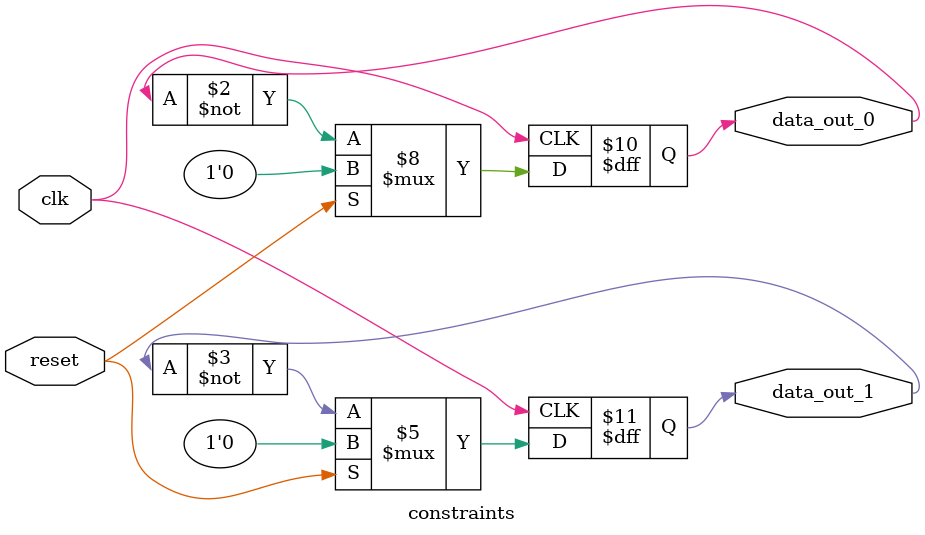
<source format=v>
`timescale 1ns / 100ps

module constraints(input clk, reset,
                   output reg data_out_0,data_out_1);
                
    always @(posedge clk) begin
        if (reset) begin
            data_out_0 <= 1'b0;
            data_out_1 <= 1'b0;
        end
        else begin
            data_out_0 <= ~data_out_0;
            data_out_1 <= ~data_out_1;
        end
    end // always   
    
        
endmodule // constraints



</source>
